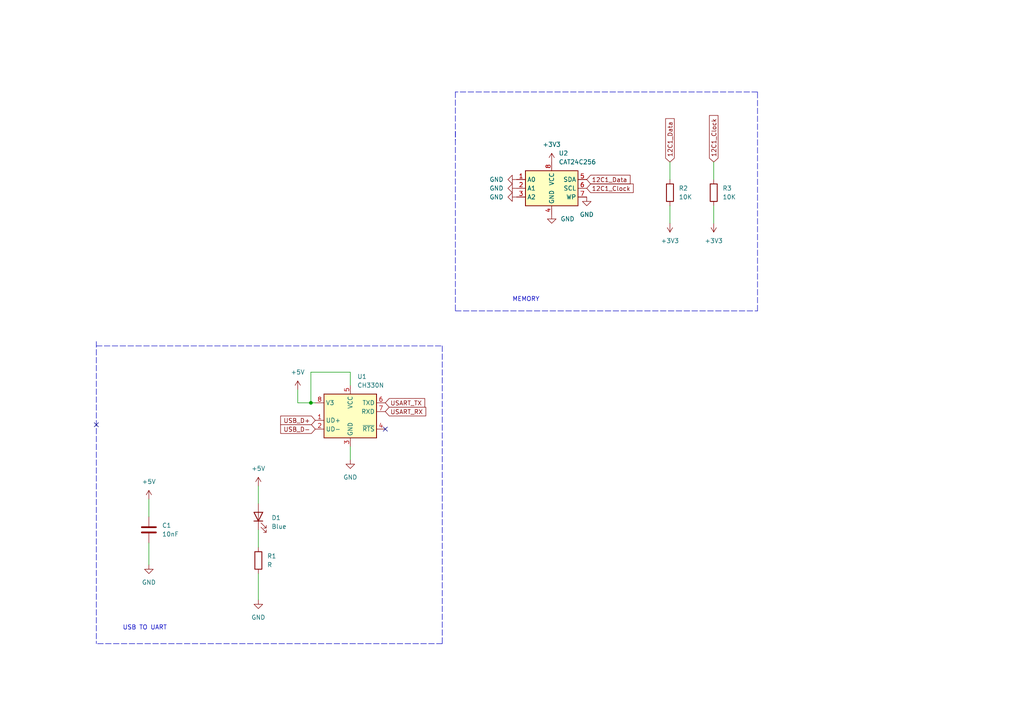
<source format=kicad_sch>
(kicad_sch (version 20211123) (generator eeschema)

  (uuid 0910cb2b-5973-4d8a-ae14-7a1f346a65e3)

  (paper "A4")

  (lib_symbols
    (symbol "Device:C" (pin_numbers hide) (pin_names (offset 0.254)) (in_bom yes) (on_board yes)
      (property "Reference" "C" (id 0) (at 0.635 2.54 0)
        (effects (font (size 1.27 1.27)) (justify left))
      )
      (property "Value" "C" (id 1) (at 0.635 -2.54 0)
        (effects (font (size 1.27 1.27)) (justify left))
      )
      (property "Footprint" "" (id 2) (at 0.9652 -3.81 0)
        (effects (font (size 1.27 1.27)) hide)
      )
      (property "Datasheet" "~" (id 3) (at 0 0 0)
        (effects (font (size 1.27 1.27)) hide)
      )
      (property "ki_keywords" "cap capacitor" (id 4) (at 0 0 0)
        (effects (font (size 1.27 1.27)) hide)
      )
      (property "ki_description" "Unpolarized capacitor" (id 5) (at 0 0 0)
        (effects (font (size 1.27 1.27)) hide)
      )
      (property "ki_fp_filters" "C_*" (id 6) (at 0 0 0)
        (effects (font (size 1.27 1.27)) hide)
      )
      (symbol "C_0_1"
        (polyline
          (pts
            (xy -2.032 -0.762)
            (xy 2.032 -0.762)
          )
          (stroke (width 0.508) (type default) (color 0 0 0 0))
          (fill (type none))
        )
        (polyline
          (pts
            (xy -2.032 0.762)
            (xy 2.032 0.762)
          )
          (stroke (width 0.508) (type default) (color 0 0 0 0))
          (fill (type none))
        )
      )
      (symbol "C_1_1"
        (pin passive line (at 0 3.81 270) (length 2.794)
          (name "~" (effects (font (size 1.27 1.27))))
          (number "1" (effects (font (size 1.27 1.27))))
        )
        (pin passive line (at 0 -3.81 90) (length 2.794)
          (name "~" (effects (font (size 1.27 1.27))))
          (number "2" (effects (font (size 1.27 1.27))))
        )
      )
    )
    (symbol "Device:LED" (pin_numbers hide) (pin_names (offset 1.016) hide) (in_bom yes) (on_board yes)
      (property "Reference" "D" (id 0) (at 0 2.54 0)
        (effects (font (size 1.27 1.27)))
      )
      (property "Value" "LED" (id 1) (at 0 -2.54 0)
        (effects (font (size 1.27 1.27)))
      )
      (property "Footprint" "" (id 2) (at 0 0 0)
        (effects (font (size 1.27 1.27)) hide)
      )
      (property "Datasheet" "~" (id 3) (at 0 0 0)
        (effects (font (size 1.27 1.27)) hide)
      )
      (property "ki_keywords" "LED diode" (id 4) (at 0 0 0)
        (effects (font (size 1.27 1.27)) hide)
      )
      (property "ki_description" "Light emitting diode" (id 5) (at 0 0 0)
        (effects (font (size 1.27 1.27)) hide)
      )
      (property "ki_fp_filters" "LED* LED_SMD:* LED_THT:*" (id 6) (at 0 0 0)
        (effects (font (size 1.27 1.27)) hide)
      )
      (symbol "LED_0_1"
        (polyline
          (pts
            (xy -1.27 -1.27)
            (xy -1.27 1.27)
          )
          (stroke (width 0.254) (type default) (color 0 0 0 0))
          (fill (type none))
        )
        (polyline
          (pts
            (xy -1.27 0)
            (xy 1.27 0)
          )
          (stroke (width 0) (type default) (color 0 0 0 0))
          (fill (type none))
        )
        (polyline
          (pts
            (xy 1.27 -1.27)
            (xy 1.27 1.27)
            (xy -1.27 0)
            (xy 1.27 -1.27)
          )
          (stroke (width 0.254) (type default) (color 0 0 0 0))
          (fill (type none))
        )
        (polyline
          (pts
            (xy -3.048 -0.762)
            (xy -4.572 -2.286)
            (xy -3.81 -2.286)
            (xy -4.572 -2.286)
            (xy -4.572 -1.524)
          )
          (stroke (width 0) (type default) (color 0 0 0 0))
          (fill (type none))
        )
        (polyline
          (pts
            (xy -1.778 -0.762)
            (xy -3.302 -2.286)
            (xy -2.54 -2.286)
            (xy -3.302 -2.286)
            (xy -3.302 -1.524)
          )
          (stroke (width 0) (type default) (color 0 0 0 0))
          (fill (type none))
        )
      )
      (symbol "LED_1_1"
        (pin passive line (at -3.81 0 0) (length 2.54)
          (name "K" (effects (font (size 1.27 1.27))))
          (number "1" (effects (font (size 1.27 1.27))))
        )
        (pin passive line (at 3.81 0 180) (length 2.54)
          (name "A" (effects (font (size 1.27 1.27))))
          (number "2" (effects (font (size 1.27 1.27))))
        )
      )
    )
    (symbol "Device:R" (pin_numbers hide) (pin_names (offset 0)) (in_bom yes) (on_board yes)
      (property "Reference" "R" (id 0) (at 2.032 0 90)
        (effects (font (size 1.27 1.27)))
      )
      (property "Value" "R" (id 1) (at 0 0 90)
        (effects (font (size 1.27 1.27)))
      )
      (property "Footprint" "" (id 2) (at -1.778 0 90)
        (effects (font (size 1.27 1.27)) hide)
      )
      (property "Datasheet" "~" (id 3) (at 0 0 0)
        (effects (font (size 1.27 1.27)) hide)
      )
      (property "ki_keywords" "R res resistor" (id 4) (at 0 0 0)
        (effects (font (size 1.27 1.27)) hide)
      )
      (property "ki_description" "Resistor" (id 5) (at 0 0 0)
        (effects (font (size 1.27 1.27)) hide)
      )
      (property "ki_fp_filters" "R_*" (id 6) (at 0 0 0)
        (effects (font (size 1.27 1.27)) hide)
      )
      (symbol "R_0_1"
        (rectangle (start -1.016 -2.54) (end 1.016 2.54)
          (stroke (width 0.254) (type default) (color 0 0 0 0))
          (fill (type none))
        )
      )
      (symbol "R_1_1"
        (pin passive line (at 0 3.81 270) (length 1.27)
          (name "~" (effects (font (size 1.27 1.27))))
          (number "1" (effects (font (size 1.27 1.27))))
        )
        (pin passive line (at 0 -3.81 90) (length 1.27)
          (name "~" (effects (font (size 1.27 1.27))))
          (number "2" (effects (font (size 1.27 1.27))))
        )
      )
    )
    (symbol "Interface_USB:CH330N" (in_bom yes) (on_board yes)
      (property "Reference" "U" (id 0) (at -7.62 6.35 0)
        (effects (font (size 1.27 1.27)) (justify left))
      )
      (property "Value" "CH330N" (id 1) (at 7.62 6.35 0)
        (effects (font (size 1.27 1.27)) (justify right))
      )
      (property "Footprint" "Package_SO:SOIC-8_3.9x4.9mm_P1.27mm" (id 2) (at -3.81 19.05 0)
        (effects (font (size 1.27 1.27)) hide)
      )
      (property "Datasheet" "http://www.wch.cn/downloads/file/240.html" (id 3) (at -2.54 5.08 0)
        (effects (font (size 1.27 1.27)) hide)
      )
      (property "ki_keywords" "usb uart wch serial" (id 4) (at 0 0 0)
        (effects (font (size 1.27 1.27)) hide)
      )
      (property "ki_description" "USB serial converter, UART, SOIC-8" (id 5) (at 0 0 0)
        (effects (font (size 1.27 1.27)) hide)
      )
      (property "ki_fp_filters" "SOIC*3.9x4.9mm*P1.27mm*" (id 6) (at 0 0 0)
        (effects (font (size 1.27 1.27)) hide)
      )
      (symbol "CH330N_0_1"
        (rectangle (start -7.62 5.08) (end 7.62 -7.62)
          (stroke (width 0.254) (type default) (color 0 0 0 0))
          (fill (type background))
        )
      )
      (symbol "CH330N_1_1"
        (pin bidirectional line (at -10.16 -2.54 0) (length 2.54)
          (name "UD+" (effects (font (size 1.27 1.27))))
          (number "1" (effects (font (size 1.27 1.27))))
        )
        (pin bidirectional line (at -10.16 -5.08 0) (length 2.54)
          (name "UD-" (effects (font (size 1.27 1.27))))
          (number "2" (effects (font (size 1.27 1.27))))
        )
        (pin power_in line (at 0 -10.16 90) (length 2.54)
          (name "GND" (effects (font (size 1.27 1.27))))
          (number "3" (effects (font (size 1.27 1.27))))
        )
        (pin output line (at 10.16 -5.08 180) (length 2.54)
          (name "~{RTS}" (effects (font (size 1.27 1.27))))
          (number "4" (effects (font (size 1.27 1.27))))
        )
        (pin power_in line (at 0 7.62 270) (length 2.54)
          (name "VCC" (effects (font (size 1.27 1.27))))
          (number "5" (effects (font (size 1.27 1.27))))
        )
        (pin output line (at 10.16 2.54 180) (length 2.54)
          (name "TXD" (effects (font (size 1.27 1.27))))
          (number "6" (effects (font (size 1.27 1.27))))
        )
        (pin input line (at 10.16 0 180) (length 2.54)
          (name "RXD" (effects (font (size 1.27 1.27))))
          (number "7" (effects (font (size 1.27 1.27))))
        )
        (pin passive line (at -10.16 2.54 0) (length 2.54)
          (name "V3" (effects (font (size 1.27 1.27))))
          (number "8" (effects (font (size 1.27 1.27))))
        )
      )
    )
    (symbol "Memory_EEPROM:CAT24C256" (in_bom yes) (on_board yes)
      (property "Reference" "U" (id 0) (at -6.35 6.35 0)
        (effects (font (size 1.27 1.27)))
      )
      (property "Value" "CAT24C256" (id 1) (at 1.27 6.35 0)
        (effects (font (size 1.27 1.27)) (justify left))
      )
      (property "Footprint" "" (id 2) (at 0 0 0)
        (effects (font (size 1.27 1.27)) hide)
      )
      (property "Datasheet" "https://www.onsemi.cn/PowerSolutions/document/CAT24C256-D.PDF" (id 3) (at 0 0 0)
        (effects (font (size 1.27 1.27)) hide)
      )
      (property "ki_keywords" "I2C EEPROM Serial 256kb" (id 4) (at 0 0 0)
        (effects (font (size 1.27 1.27)) hide)
      )
      (property "ki_description" "256 kb CMOS Serial EEPROM, DIP-8/SOIC-8/TSSOP-8/DFN-8" (id 5) (at 0 0 0)
        (effects (font (size 1.27 1.27)) hide)
      )
      (property "ki_fp_filters" "DIP*W7.62mm* SOIC*3.9x4.9mm* TSSOP*4.4x3mm*P0.65mm* DFN*3x2mm*P0.5mm*" (id 6) (at 0 0 0)
        (effects (font (size 1.27 1.27)) hide)
      )
      (symbol "CAT24C256_1_1"
        (rectangle (start -7.62 5.08) (end 7.62 -5.08)
          (stroke (width 0.254) (type default) (color 0 0 0 0))
          (fill (type background))
        )
        (pin input line (at -10.16 2.54 0) (length 2.54)
          (name "A0" (effects (font (size 1.27 1.27))))
          (number "1" (effects (font (size 1.27 1.27))))
        )
        (pin input line (at -10.16 0 0) (length 2.54)
          (name "A1" (effects (font (size 1.27 1.27))))
          (number "2" (effects (font (size 1.27 1.27))))
        )
        (pin input line (at -10.16 -2.54 0) (length 2.54)
          (name "A2" (effects (font (size 1.27 1.27))))
          (number "3" (effects (font (size 1.27 1.27))))
        )
        (pin power_in line (at 0 -7.62 90) (length 2.54)
          (name "GND" (effects (font (size 1.27 1.27))))
          (number "4" (effects (font (size 1.27 1.27))))
        )
        (pin bidirectional line (at 10.16 2.54 180) (length 2.54)
          (name "SDA" (effects (font (size 1.27 1.27))))
          (number "5" (effects (font (size 1.27 1.27))))
        )
        (pin input line (at 10.16 0 180) (length 2.54)
          (name "SCL" (effects (font (size 1.27 1.27))))
          (number "6" (effects (font (size 1.27 1.27))))
        )
        (pin input line (at 10.16 -2.54 180) (length 2.54)
          (name "WP" (effects (font (size 1.27 1.27))))
          (number "7" (effects (font (size 1.27 1.27))))
        )
        (pin power_in line (at 0 7.62 270) (length 2.54)
          (name "VCC" (effects (font (size 1.27 1.27))))
          (number "8" (effects (font (size 1.27 1.27))))
        )
      )
    )
    (symbol "power:+3V3" (power) (pin_names (offset 0)) (in_bom yes) (on_board yes)
      (property "Reference" "#PWR" (id 0) (at 0 -3.81 0)
        (effects (font (size 1.27 1.27)) hide)
      )
      (property "Value" "+3V3" (id 1) (at 0 3.556 0)
        (effects (font (size 1.27 1.27)))
      )
      (property "Footprint" "" (id 2) (at 0 0 0)
        (effects (font (size 1.27 1.27)) hide)
      )
      (property "Datasheet" "" (id 3) (at 0 0 0)
        (effects (font (size 1.27 1.27)) hide)
      )
      (property "ki_keywords" "power-flag" (id 4) (at 0 0 0)
        (effects (font (size 1.27 1.27)) hide)
      )
      (property "ki_description" "Power symbol creates a global label with name \"+3V3\"" (id 5) (at 0 0 0)
        (effects (font (size 1.27 1.27)) hide)
      )
      (symbol "+3V3_0_1"
        (polyline
          (pts
            (xy -0.762 1.27)
            (xy 0 2.54)
          )
          (stroke (width 0) (type default) (color 0 0 0 0))
          (fill (type none))
        )
        (polyline
          (pts
            (xy 0 0)
            (xy 0 2.54)
          )
          (stroke (width 0) (type default) (color 0 0 0 0))
          (fill (type none))
        )
        (polyline
          (pts
            (xy 0 2.54)
            (xy 0.762 1.27)
          )
          (stroke (width 0) (type default) (color 0 0 0 0))
          (fill (type none))
        )
      )
      (symbol "+3V3_1_1"
        (pin power_in line (at 0 0 90) (length 0) hide
          (name "+3V3" (effects (font (size 1.27 1.27))))
          (number "1" (effects (font (size 1.27 1.27))))
        )
      )
    )
    (symbol "power:+5V" (power) (pin_names (offset 0)) (in_bom yes) (on_board yes)
      (property "Reference" "#PWR" (id 0) (at 0 -3.81 0)
        (effects (font (size 1.27 1.27)) hide)
      )
      (property "Value" "+5V" (id 1) (at 0 3.556 0)
        (effects (font (size 1.27 1.27)))
      )
      (property "Footprint" "" (id 2) (at 0 0 0)
        (effects (font (size 1.27 1.27)) hide)
      )
      (property "Datasheet" "" (id 3) (at 0 0 0)
        (effects (font (size 1.27 1.27)) hide)
      )
      (property "ki_keywords" "power-flag" (id 4) (at 0 0 0)
        (effects (font (size 1.27 1.27)) hide)
      )
      (property "ki_description" "Power symbol creates a global label with name \"+5V\"" (id 5) (at 0 0 0)
        (effects (font (size 1.27 1.27)) hide)
      )
      (symbol "+5V_0_1"
        (polyline
          (pts
            (xy -0.762 1.27)
            (xy 0 2.54)
          )
          (stroke (width 0) (type default) (color 0 0 0 0))
          (fill (type none))
        )
        (polyline
          (pts
            (xy 0 0)
            (xy 0 2.54)
          )
          (stroke (width 0) (type default) (color 0 0 0 0))
          (fill (type none))
        )
        (polyline
          (pts
            (xy 0 2.54)
            (xy 0.762 1.27)
          )
          (stroke (width 0) (type default) (color 0 0 0 0))
          (fill (type none))
        )
      )
      (symbol "+5V_1_1"
        (pin power_in line (at 0 0 90) (length 0) hide
          (name "+5V" (effects (font (size 1.27 1.27))))
          (number "1" (effects (font (size 1.27 1.27))))
        )
      )
    )
    (symbol "power:GND" (power) (pin_names (offset 0)) (in_bom yes) (on_board yes)
      (property "Reference" "#PWR" (id 0) (at 0 -6.35 0)
        (effects (font (size 1.27 1.27)) hide)
      )
      (property "Value" "GND" (id 1) (at 0 -3.81 0)
        (effects (font (size 1.27 1.27)))
      )
      (property "Footprint" "" (id 2) (at 0 0 0)
        (effects (font (size 1.27 1.27)) hide)
      )
      (property "Datasheet" "" (id 3) (at 0 0 0)
        (effects (font (size 1.27 1.27)) hide)
      )
      (property "ki_keywords" "power-flag" (id 4) (at 0 0 0)
        (effects (font (size 1.27 1.27)) hide)
      )
      (property "ki_description" "Power symbol creates a global label with name \"GND\" , ground" (id 5) (at 0 0 0)
        (effects (font (size 1.27 1.27)) hide)
      )
      (symbol "GND_0_1"
        (polyline
          (pts
            (xy 0 0)
            (xy 0 -1.27)
            (xy 1.27 -1.27)
            (xy 0 -2.54)
            (xy -1.27 -1.27)
            (xy 0 -1.27)
          )
          (stroke (width 0) (type default) (color 0 0 0 0))
          (fill (type none))
        )
      )
      (symbol "GND_1_1"
        (pin power_in line (at 0 0 270) (length 0) hide
          (name "GND" (effects (font (size 1.27 1.27))))
          (number "1" (effects (font (size 1.27 1.27))))
        )
      )
    )
  )

  (junction (at 90.17 116.84) (diameter 0) (color 0 0 0 0)
    (uuid 2820fab1-7735-46fe-ace5-7acf12bc54ed)
  )

  (no_connect (at 27.94 123.19) (uuid dd61f84d-33a7-40f6-8248-c59e0bd85f7e))
  (no_connect (at 111.76 124.46) (uuid dd61f84d-33a7-40f6-8248-c59e0bd85f7f))

  (wire (pts (xy 43.18 144.78) (xy 43.18 149.86))
    (stroke (width 0) (type default) (color 0 0 0 0))
    (uuid 17715b0c-1ea3-4beb-a71c-419411093e7b)
  )
  (polyline (pts (xy 219.71 90.17) (xy 219.71 26.67))
    (stroke (width 0) (type default) (color 0 0 0 0))
    (uuid 2817eb8f-3fc7-40fe-809d-49de460cf7d9)
  )

  (wire (pts (xy 90.17 116.84) (xy 91.44 116.84))
    (stroke (width 0) (type default) (color 0 0 0 0))
    (uuid 4310b100-85ad-42ae-8072-6eba70a8c0f8)
  )
  (wire (pts (xy 86.36 116.84) (xy 90.17 116.84))
    (stroke (width 0) (type default) (color 0 0 0 0))
    (uuid 48d6ca26-d505-40b5-9d86-a685270e319f)
  )
  (polyline (pts (xy 27.94 99.06) (xy 27.94 186.69))
    (stroke (width 0) (type default) (color 0 0 0 0))
    (uuid 4f9292c4-cd9a-4101-b293-c42cd2eaedad)
  )
  (polyline (pts (xy 219.71 26.67) (xy 132.08 26.67))
    (stroke (width 0) (type default) (color 0 0 0 0))
    (uuid 54912690-ec58-4e3a-86e4-52aa1c7f3d40)
  )
  (polyline (pts (xy 132.08 38.1) (xy 132.08 90.17))
    (stroke (width 0) (type default) (color 0 0 0 0))
    (uuid 54dfb523-a9e8-4488-b68c-932f080d399b)
  )
  (polyline (pts (xy 132.08 90.17) (xy 219.71 90.17))
    (stroke (width 0) (type default) (color 0 0 0 0))
    (uuid 70b9d1ea-9cff-4caf-b0d1-a3c4e26aadf6)
  )

  (wire (pts (xy 101.6 107.95) (xy 90.17 107.95))
    (stroke (width 0) (type default) (color 0 0 0 0))
    (uuid 845a968c-bec1-4f26-810d-79e25cd9a586)
  )
  (wire (pts (xy 207.01 59.69) (xy 207.01 64.77))
    (stroke (width 0) (type default) (color 0 0 0 0))
    (uuid 856421de-a3b8-4aa7-982f-9aa2b6705565)
  )
  (wire (pts (xy 194.31 46.99) (xy 194.31 52.07))
    (stroke (width 0) (type default) (color 0 0 0 0))
    (uuid 874b8315-891a-4e48-a7c8-559879b7e37a)
  )
  (polyline (pts (xy 128.27 186.69) (xy 27.94 186.69))
    (stroke (width 0) (type default) (color 0 0 0 0))
    (uuid 8816c368-e361-405c-bb00-0ef1b938f6c9)
  )
  (polyline (pts (xy 27.94 100.33) (xy 128.27 100.33))
    (stroke (width 0) (type default) (color 0 0 0 0))
    (uuid 902a2c52-b9fe-4744-bfe9-f22b11d36b44)
  )

  (wire (pts (xy 90.17 107.95) (xy 90.17 116.84))
    (stroke (width 0) (type default) (color 0 0 0 0))
    (uuid 91790f0a-1f81-4699-9852-eb4cf1c4e097)
  )
  (wire (pts (xy 86.36 113.03) (xy 86.36 116.84))
    (stroke (width 0) (type default) (color 0 0 0 0))
    (uuid 99b41050-f5ab-4c6e-9f0c-6fbd70fef847)
  )
  (wire (pts (xy 101.6 129.54) (xy 101.6 133.35))
    (stroke (width 0) (type default) (color 0 0 0 0))
    (uuid b5f01b87-275e-4b1c-92c1-fbe23a8e0755)
  )
  (wire (pts (xy 74.93 153.67) (xy 74.93 158.75))
    (stroke (width 0) (type default) (color 0 0 0 0))
    (uuid ba0e970b-0a67-4d06-ac4f-a610ec283d94)
  )
  (wire (pts (xy 194.31 59.69) (xy 194.31 64.77))
    (stroke (width 0) (type default) (color 0 0 0 0))
    (uuid bc8190f9-c368-427f-9d5e-63ab246216eb)
  )
  (wire (pts (xy 207.01 46.99) (xy 207.01 52.07))
    (stroke (width 0) (type default) (color 0 0 0 0))
    (uuid ceb0a2d4-59f6-44b0-9562-fad4859509c6)
  )
  (wire (pts (xy 43.18 157.48) (xy 43.18 163.83))
    (stroke (width 0) (type default) (color 0 0 0 0))
    (uuid d4d3f5f3-2f31-4f68-b744-b535a34874bc)
  )
  (wire (pts (xy 101.6 111.76) (xy 101.6 107.95))
    (stroke (width 0) (type default) (color 0 0 0 0))
    (uuid d6071e8d-b2ae-4b78-9652-63391928c901)
  )
  (polyline (pts (xy 132.08 26.67) (xy 132.08 40.64))
    (stroke (width 0) (type default) (color 0 0 0 0))
    (uuid f283c178-da17-4d1d-bfbe-149b9b64ce9e)
  )

  (wire (pts (xy 74.93 140.97) (xy 74.93 146.05))
    (stroke (width 0) (type default) (color 0 0 0 0))
    (uuid f8de475e-d9f7-4186-8c08-074960881c86)
  )
  (polyline (pts (xy 128.27 100.33) (xy 128.27 186.69))
    (stroke (width 0) (type default) (color 0 0 0 0))
    (uuid f97722f6-a4fd-4d30-843a-7c326d81512f)
  )

  (wire (pts (xy 74.93 166.37) (xy 74.93 173.99))
    (stroke (width 0) (type default) (color 0 0 0 0))
    (uuid ffcc741e-3f34-4628-969b-843db7d7ebf3)
  )

  (text "MEMORY\n" (at 148.59 87.63 0)
    (effects (font (size 1.27 1.27)) (justify left bottom))
    (uuid 565b17d3-9695-473c-9193-26400e6b2268)
  )
  (text "USB TO UART\n" (at 35.56 182.88 0)
    (effects (font (size 1.27 1.27)) (justify left bottom))
    (uuid 8662ef8a-d8ce-4610-8d58-93d38a4e6972)
  )

  (global_label "12C1_Clock" (shape input) (at 207.01 46.99 90) (fields_autoplaced)
    (effects (font (size 1.27 1.27)) (justify left))
    (uuid 165eccc2-e1ed-4e4b-af43-ede945dd3424)
    (property "Intersheet References" "${INTERSHEET_REFS}" (id 0) (at 206.9306 33.5098 90)
      (effects (font (size 1.27 1.27)) (justify left) hide)
    )
  )
  (global_label "USB_D-" (shape input) (at 91.44 124.46 180) (fields_autoplaced)
    (effects (font (size 1.27 1.27)) (justify right))
    (uuid 1e224772-c48f-49fd-9b92-bd97ed186099)
    (property "Intersheet References" "${INTERSHEET_REFS}" (id 0) (at 81.4069 124.3806 0)
      (effects (font (size 1.27 1.27)) (justify right) hide)
    )
  )
  (global_label "12C1_Data" (shape input) (at 194.31 46.99 90) (fields_autoplaced)
    (effects (font (size 1.27 1.27)) (justify left))
    (uuid 284b983b-89db-4419-a716-515bc9fbf142)
    (property "Intersheet References" "${INTERSHEET_REFS}" (id 0) (at 194.2306 34.4169 90)
      (effects (font (size 1.27 1.27)) (justify left) hide)
    )
  )
  (global_label "12C1_Clock" (shape input) (at 170.18 54.61 0) (fields_autoplaced)
    (effects (font (size 1.27 1.27)) (justify left))
    (uuid 34f2d5dc-9368-4585-8716-e435b0657297)
    (property "Intersheet References" "${INTERSHEET_REFS}" (id 0) (at 183.6602 54.5306 0)
      (effects (font (size 1.27 1.27)) (justify left) hide)
    )
  )
  (global_label "USB_D+" (shape input) (at 91.44 121.92 180) (fields_autoplaced)
    (effects (font (size 1.27 1.27)) (justify right))
    (uuid 3f12a3d2-de2b-46f4-8e4f-ef6adbacef16)
    (property "Intersheet References" "${INTERSHEET_REFS}" (id 0) (at 81.4069 121.9994 0)
      (effects (font (size 1.27 1.27)) (justify right) hide)
    )
  )
  (global_label "USART_TX" (shape input) (at 111.76 116.84 0) (fields_autoplaced)
    (effects (font (size 1.27 1.27)) (justify left))
    (uuid 651b7def-751a-4250-bb1e-d260ad58f488)
    (property "Intersheet References" "${INTERSHEET_REFS}" (id 0) (at 123.1841 116.7606 0)
      (effects (font (size 1.27 1.27)) (justify left) hide)
    )
  )
  (global_label "USART_RX" (shape input) (at 111.76 119.38 0) (fields_autoplaced)
    (effects (font (size 1.27 1.27)) (justify left))
    (uuid 98901507-a30f-46c5-82a1-b63397592c35)
    (property "Intersheet References" "${INTERSHEET_REFS}" (id 0) (at 123.4864 119.3006 0)
      (effects (font (size 1.27 1.27)) (justify left) hide)
    )
  )
  (global_label "12C1_Data" (shape input) (at 170.18 52.07 0) (fields_autoplaced)
    (effects (font (size 1.27 1.27)) (justify left))
    (uuid d94c00ca-491c-4810-8683-52f3cb7f6039)
    (property "Intersheet References" "${INTERSHEET_REFS}" (id 0) (at 182.7531 51.9906 0)
      (effects (font (size 1.27 1.27)) (justify left) hide)
    )
  )

  (symbol (lib_id "power:+5V") (at 74.93 140.97 0) (unit 1)
    (in_bom yes) (on_board yes) (fields_autoplaced)
    (uuid 1c66d610-282d-4aeb-ae73-d09e2d52d7eb)
    (property "Reference" "#PWR049" (id 0) (at 74.93 144.78 0)
      (effects (font (size 1.27 1.27)) hide)
    )
    (property "Value" "+5V" (id 1) (at 74.93 135.89 0))
    (property "Footprint" "" (id 2) (at 74.93 140.97 0)
      (effects (font (size 1.27 1.27)) hide)
    )
    (property "Datasheet" "" (id 3) (at 74.93 140.97 0)
      (effects (font (size 1.27 1.27)) hide)
    )
    (pin "1" (uuid c579157e-8a8b-48a3-b01a-f8f37b82ac2d))
  )

  (symbol (lib_id "Interface_USB:CH330N") (at 101.6 119.38 0) (unit 1)
    (in_bom yes) (on_board yes) (fields_autoplaced)
    (uuid 213f0653-59c1-40b4-9747-608f0dd242cf)
    (property "Reference" "U9" (id 0) (at 103.6194 109.22 0)
      (effects (font (size 1.27 1.27)) (justify left))
    )
    (property "Value" "CH330N" (id 1) (at 103.6194 111.76 0)
      (effects (font (size 1.27 1.27)) (justify left))
    )
    (property "Footprint" "Package_SO:SOIC-8_3.9x4.9mm_P1.27mm" (id 2) (at 97.79 100.33 0)
      (effects (font (size 1.27 1.27)) hide)
    )
    (property "Datasheet" "http://www.wch.cn/downloads/file/240.html" (id 3) (at 99.06 114.3 0)
      (effects (font (size 1.27 1.27)) hide)
    )
    (pin "1" (uuid be572f1d-d2a8-4c55-bbad-8b37f5a015e1))
    (pin "2" (uuid 289602ac-ce83-40ea-8852-39dc573e0154))
    (pin "3" (uuid f7c6f412-3344-467e-a280-ea7adbec00d8))
    (pin "4" (uuid 6b4b77c3-eb0e-48a5-85a1-1d74c9a7a249))
    (pin "5" (uuid 962f4b7e-fc0c-4469-8995-f9b86d84ee2f))
    (pin "6" (uuid 846525aa-83a6-4aec-ab60-393f3a05f2f3))
    (pin "7" (uuid 19e8c9e2-e2e4-4fe6-9f5f-84d6b7648afa))
    (pin "8" (uuid 7d9605f7-3858-414d-b730-7c2d13af8190))
  )

  (symbol (lib_id "Device:R") (at 74.93 162.56 0) (unit 1)
    (in_bom yes) (on_board yes) (fields_autoplaced)
    (uuid 39317781-418b-4ad0-9c56-95657a880ab5)
    (property "Reference" "R12" (id 0) (at 77.47 161.2899 0)
      (effects (font (size 1.27 1.27)) (justify left))
    )
    (property "Value" "R" (id 1) (at 77.47 163.8299 0)
      (effects (font (size 1.27 1.27)) (justify left))
    )
    (property "Footprint" "Resistor_SMD:R_0201_0603Metric" (id 2) (at 73.152 162.56 90)
      (effects (font (size 1.27 1.27)) hide)
    )
    (property "Datasheet" "~" (id 3) (at 74.93 162.56 0)
      (effects (font (size 1.27 1.27)) hide)
    )
    (pin "1" (uuid 61cbd290-4de4-418c-a0db-048991648a13))
    (pin "2" (uuid 99cb590b-366c-4bbe-88d5-1e1f2f829f75))
  )

  (symbol (lib_id "power:GND") (at 149.86 52.07 270) (unit 1)
    (in_bom yes) (on_board yes) (fields_autoplaced)
    (uuid 443c67f8-aac7-4956-816f-0d0e688bd6e5)
    (property "Reference" "#PWR053" (id 0) (at 143.51 52.07 0)
      (effects (font (size 1.27 1.27)) hide)
    )
    (property "Value" "GND" (id 1) (at 146.05 52.0699 90)
      (effects (font (size 1.27 1.27)) (justify right))
    )
    (property "Footprint" "" (id 2) (at 149.86 52.07 0)
      (effects (font (size 1.27 1.27)) hide)
    )
    (property "Datasheet" "" (id 3) (at 149.86 52.07 0)
      (effects (font (size 1.27 1.27)) hide)
    )
    (pin "1" (uuid 58f79080-a2db-443e-abd7-e29ff51f3e5e))
  )

  (symbol (lib_id "power:+3V3") (at 194.31 64.77 180) (unit 1)
    (in_bom yes) (on_board yes) (fields_autoplaced)
    (uuid 4929f142-d765-40b5-be69-75f870e27b29)
    (property "Reference" "#PWR059" (id 0) (at 194.31 60.96 0)
      (effects (font (size 1.27 1.27)) hide)
    )
    (property "Value" "+3V3" (id 1) (at 194.31 69.85 0))
    (property "Footprint" "" (id 2) (at 194.31 64.77 0)
      (effects (font (size 1.27 1.27)) hide)
    )
    (property "Datasheet" "" (id 3) (at 194.31 64.77 0)
      (effects (font (size 1.27 1.27)) hide)
    )
    (pin "1" (uuid b798cca6-ad67-490c-8375-b204d0f238d6))
  )

  (symbol (lib_id "Device:R") (at 194.31 55.88 0) (unit 1)
    (in_bom yes) (on_board yes) (fields_autoplaced)
    (uuid 4eaf97e7-67f8-4801-862c-55d96a207752)
    (property "Reference" "R13" (id 0) (at 196.85 54.6099 0)
      (effects (font (size 1.27 1.27)) (justify left))
    )
    (property "Value" "10K" (id 1) (at 196.85 57.1499 0)
      (effects (font (size 1.27 1.27)) (justify left))
    )
    (property "Footprint" "Resistor_SMD:R_0201_0603Metric" (id 2) (at 192.532 55.88 90)
      (effects (font (size 1.27 1.27)) hide)
    )
    (property "Datasheet" "~" (id 3) (at 194.31 55.88 0)
      (effects (font (size 1.27 1.27)) hide)
    )
    (pin "1" (uuid 9a0bd53d-44c2-4983-9b50-7b47b11d2b78))
    (pin "2" (uuid b4db0782-c298-4c39-b512-209cfcdeb385))
  )

  (symbol (lib_id "power:GND") (at 101.6 133.35 0) (unit 1)
    (in_bom yes) (on_board yes) (fields_autoplaced)
    (uuid 5299ee51-18a7-40fd-a304-fef7ed9b08a4)
    (property "Reference" "#PWR052" (id 0) (at 101.6 139.7 0)
      (effects (font (size 1.27 1.27)) hide)
    )
    (property "Value" "GND" (id 1) (at 101.6 138.43 0))
    (property "Footprint" "" (id 2) (at 101.6 133.35 0)
      (effects (font (size 1.27 1.27)) hide)
    )
    (property "Datasheet" "" (id 3) (at 101.6 133.35 0)
      (effects (font (size 1.27 1.27)) hide)
    )
    (pin "1" (uuid 81cb0137-745e-49ba-b6e6-f47f870b1554))
  )

  (symbol (lib_id "Device:LED") (at 74.93 149.86 90) (unit 1)
    (in_bom yes) (on_board yes) (fields_autoplaced)
    (uuid 6119470f-6438-44ba-bfb3-756f330b14b4)
    (property "Reference" "D5" (id 0) (at 78.74 150.1774 90)
      (effects (font (size 1.27 1.27)) (justify right))
    )
    (property "Value" "Blue" (id 1) (at 78.74 152.7174 90)
      (effects (font (size 1.27 1.27)) (justify right))
    )
    (property "Footprint" "LED_SMD:LED-APA102-2020" (id 2) (at 74.93 149.86 0)
      (effects (font (size 1.27 1.27)) hide)
    )
    (property "Datasheet" "~" (id 3) (at 74.93 149.86 0)
      (effects (font (size 1.27 1.27)) hide)
    )
    (pin "1" (uuid 9aa5a234-9398-4b9b-b9b1-6ccd68274e9d))
    (pin "2" (uuid ef310494-0463-41a0-8908-659ea8f7d83b))
  )

  (symbol (lib_id "power:GND") (at 74.93 173.99 0) (unit 1)
    (in_bom yes) (on_board yes) (fields_autoplaced)
    (uuid 62acd84f-45e2-4fe5-8183-20174e0602c3)
    (property "Reference" "#PWR050" (id 0) (at 74.93 180.34 0)
      (effects (font (size 1.27 1.27)) hide)
    )
    (property "Value" "GND" (id 1) (at 74.93 179.07 0))
    (property "Footprint" "" (id 2) (at 74.93 173.99 0)
      (effects (font (size 1.27 1.27)) hide)
    )
    (property "Datasheet" "" (id 3) (at 74.93 173.99 0)
      (effects (font (size 1.27 1.27)) hide)
    )
    (pin "1" (uuid 88d13ce5-5017-4fab-b92f-8e9feba206d0))
  )

  (symbol (lib_id "power:+3V3") (at 160.02 46.99 0) (unit 1)
    (in_bom yes) (on_board yes) (fields_autoplaced)
    (uuid 8c0a90e3-38bc-4b22-95fc-a73ae97b1979)
    (property "Reference" "#PWR056" (id 0) (at 160.02 50.8 0)
      (effects (font (size 1.27 1.27)) hide)
    )
    (property "Value" "+3V3" (id 1) (at 160.02 41.91 0))
    (property "Footprint" "" (id 2) (at 160.02 46.99 0)
      (effects (font (size 1.27 1.27)) hide)
    )
    (property "Datasheet" "" (id 3) (at 160.02 46.99 0)
      (effects (font (size 1.27 1.27)) hide)
    )
    (pin "1" (uuid c48e759e-27c0-42bb-8738-79d67fb26471))
  )

  (symbol (lib_id "Device:C") (at 43.18 153.67 0) (unit 1)
    (in_bom yes) (on_board yes) (fields_autoplaced)
    (uuid 8ffa9520-5ba4-4ac1-a18d-174b008f8b80)
    (property "Reference" "C8" (id 0) (at 46.99 152.3999 0)
      (effects (font (size 1.27 1.27)) (justify left))
    )
    (property "Value" "10nF" (id 1) (at 46.99 154.9399 0)
      (effects (font (size 1.27 1.27)) (justify left))
    )
    (property "Footprint" "Capacitor_SMD:C_0201_0603Metric" (id 2) (at 44.1452 157.48 0)
      (effects (font (size 1.27 1.27)) hide)
    )
    (property "Datasheet" "~" (id 3) (at 43.18 153.67 0)
      (effects (font (size 1.27 1.27)) hide)
    )
    (pin "1" (uuid bea7ddf9-a987-40b9-8e2c-3fec2cf1308a))
    (pin "2" (uuid 23ac6cb3-5e3d-4db5-aa6a-bff9fd850468))
  )

  (symbol (lib_id "power:GND") (at 160.02 62.23 0) (unit 1)
    (in_bom yes) (on_board yes) (fields_autoplaced)
    (uuid 9825b651-b751-48b6-be76-43bd9ab381bf)
    (property "Reference" "#PWR057" (id 0) (at 160.02 68.58 0)
      (effects (font (size 1.27 1.27)) hide)
    )
    (property "Value" "GND" (id 1) (at 162.56 63.4999 0)
      (effects (font (size 1.27 1.27)) (justify left))
    )
    (property "Footprint" "" (id 2) (at 160.02 62.23 0)
      (effects (font (size 1.27 1.27)) hide)
    )
    (property "Datasheet" "" (id 3) (at 160.02 62.23 0)
      (effects (font (size 1.27 1.27)) hide)
    )
    (pin "1" (uuid bf9acb5c-022d-4506-bbaf-988e57b7ba1d))
  )

  (symbol (lib_id "power:+5V") (at 43.18 144.78 0) (unit 1)
    (in_bom yes) (on_board yes) (fields_autoplaced)
    (uuid a2591ed7-c948-4629-9fe9-fac41b5c845d)
    (property "Reference" "#PWR047" (id 0) (at 43.18 148.59 0)
      (effects (font (size 1.27 1.27)) hide)
    )
    (property "Value" "+5V" (id 1) (at 43.18 139.7 0))
    (property "Footprint" "" (id 2) (at 43.18 144.78 0)
      (effects (font (size 1.27 1.27)) hide)
    )
    (property "Datasheet" "" (id 3) (at 43.18 144.78 0)
      (effects (font (size 1.27 1.27)) hide)
    )
    (pin "1" (uuid e1015e14-64bf-45f5-8f06-36e2de13242b))
  )

  (symbol (lib_id "power:GND") (at 149.86 54.61 270) (unit 1)
    (in_bom yes) (on_board yes) (fields_autoplaced)
    (uuid adb1a1bc-72f2-4b9c-933d-329680c5ef9e)
    (property "Reference" "#PWR054" (id 0) (at 143.51 54.61 0)
      (effects (font (size 1.27 1.27)) hide)
    )
    (property "Value" "GND" (id 1) (at 146.05 54.6099 90)
      (effects (font (size 1.27 1.27)) (justify right))
    )
    (property "Footprint" "" (id 2) (at 149.86 54.61 0)
      (effects (font (size 1.27 1.27)) hide)
    )
    (property "Datasheet" "" (id 3) (at 149.86 54.61 0)
      (effects (font (size 1.27 1.27)) hide)
    )
    (pin "1" (uuid e74008e2-ce5a-43af-b55b-3170d105c34c))
  )

  (symbol (lib_id "power:+5V") (at 86.36 113.03 0) (unit 1)
    (in_bom yes) (on_board yes) (fields_autoplaced)
    (uuid af40f738-1319-47e5-913a-4c7c244d3ba1)
    (property "Reference" "#PWR051" (id 0) (at 86.36 116.84 0)
      (effects (font (size 1.27 1.27)) hide)
    )
    (property "Value" "+5V" (id 1) (at 86.36 107.95 0))
    (property "Footprint" "" (id 2) (at 86.36 113.03 0)
      (effects (font (size 1.27 1.27)) hide)
    )
    (property "Datasheet" "" (id 3) (at 86.36 113.03 0)
      (effects (font (size 1.27 1.27)) hide)
    )
    (pin "1" (uuid 0d00cd83-51ae-4cba-bbf9-4f5fd2dcee89))
  )

  (symbol (lib_id "Device:R") (at 207.01 55.88 0) (unit 1)
    (in_bom yes) (on_board yes) (fields_autoplaced)
    (uuid bd58a109-a652-4264-9014-4cf7bead26ce)
    (property "Reference" "R14" (id 0) (at 209.55 54.6099 0)
      (effects (font (size 1.27 1.27)) (justify left))
    )
    (property "Value" "10K" (id 1) (at 209.55 57.1499 0)
      (effects (font (size 1.27 1.27)) (justify left))
    )
    (property "Footprint" "Resistor_SMD:R_0201_0603Metric" (id 2) (at 205.232 55.88 90)
      (effects (font (size 1.27 1.27)) hide)
    )
    (property "Datasheet" "~" (id 3) (at 207.01 55.88 0)
      (effects (font (size 1.27 1.27)) hide)
    )
    (pin "1" (uuid d9c9fa31-25a6-4405-9c0f-5ead1fe2331b))
    (pin "2" (uuid abf14d38-7bbd-46d7-a237-28882bf0db9e))
  )

  (symbol (lib_id "Memory_EEPROM:CAT24C256") (at 160.02 54.61 0) (unit 1)
    (in_bom yes) (on_board yes) (fields_autoplaced)
    (uuid c354ba26-3b3e-4ffa-9c57-f05733a934c2)
    (property "Reference" "U10" (id 0) (at 162.0394 44.45 0)
      (effects (font (size 1.27 1.27)) (justify left))
    )
    (property "Value" "CAT24C256" (id 1) (at 162.0394 46.99 0)
      (effects (font (size 1.27 1.27)) (justify left))
    )
    (property "Footprint" "Package_DIP:DIP-5-6_W7.62mm_LongPads" (id 2) (at 160.02 54.61 0)
      (effects (font (size 1.27 1.27)) hide)
    )
    (property "Datasheet" "https://www.onsemi.cn/PowerSolutions/document/CAT24C256-D.PDF" (id 3) (at 160.02 54.61 0)
      (effects (font (size 1.27 1.27)) hide)
    )
    (pin "1" (uuid 04879fad-fd11-41f3-97c4-cc346f66524f))
    (pin "2" (uuid 611e8dba-07da-4226-967d-f8d2bdc0a5ac))
    (pin "3" (uuid 4dc427e3-81d7-49be-be26-fb5c7294d612))
    (pin "4" (uuid 2195d146-7f7d-466d-b3dc-fe237f52be25))
    (pin "5" (uuid 543f4c8d-234f-4bc3-936c-b5431617521a))
    (pin "6" (uuid e18e1613-fdaf-418a-80a2-3fcad80aca5f))
    (pin "7" (uuid 67793a8e-9360-4b3a-9e7f-f60472698f4f))
    (pin "8" (uuid 9958de6c-dfa2-4524-aa1e-202038789aa9))
  )

  (symbol (lib_id "power:+3V3") (at 207.01 64.77 180) (unit 1)
    (in_bom yes) (on_board yes) (fields_autoplaced)
    (uuid cfafe60e-5fb8-420e-8613-8f5e595fe8fe)
    (property "Reference" "#PWR060" (id 0) (at 207.01 60.96 0)
      (effects (font (size 1.27 1.27)) hide)
    )
    (property "Value" "+3V3" (id 1) (at 207.01 69.85 0))
    (property "Footprint" "" (id 2) (at 207.01 64.77 0)
      (effects (font (size 1.27 1.27)) hide)
    )
    (property "Datasheet" "" (id 3) (at 207.01 64.77 0)
      (effects (font (size 1.27 1.27)) hide)
    )
    (pin "1" (uuid 2d84a8c1-4055-42e7-a69d-1f30c79a489d))
  )

  (symbol (lib_id "power:GND") (at 43.18 163.83 0) (unit 1)
    (in_bom yes) (on_board yes) (fields_autoplaced)
    (uuid d448241e-1162-4cfb-926f-571a6b109ba6)
    (property "Reference" "#PWR048" (id 0) (at 43.18 170.18 0)
      (effects (font (size 1.27 1.27)) hide)
    )
    (property "Value" "GND" (id 1) (at 43.18 168.91 0))
    (property "Footprint" "" (id 2) (at 43.18 163.83 0)
      (effects (font (size 1.27 1.27)) hide)
    )
    (property "Datasheet" "" (id 3) (at 43.18 163.83 0)
      (effects (font (size 1.27 1.27)) hide)
    )
    (pin "1" (uuid f51d6720-3cd3-4c3d-8979-4df4b50b3cad))
  )

  (symbol (lib_id "power:GND") (at 149.86 57.15 270) (unit 1)
    (in_bom yes) (on_board yes) (fields_autoplaced)
    (uuid dfa794ca-1ee0-4404-8f4e-628566b824bd)
    (property "Reference" "#PWR055" (id 0) (at 143.51 57.15 0)
      (effects (font (size 1.27 1.27)) hide)
    )
    (property "Value" "GND" (id 1) (at 146.05 57.1499 90)
      (effects (font (size 1.27 1.27)) (justify right))
    )
    (property "Footprint" "" (id 2) (at 149.86 57.15 0)
      (effects (font (size 1.27 1.27)) hide)
    )
    (property "Datasheet" "" (id 3) (at 149.86 57.15 0)
      (effects (font (size 1.27 1.27)) hide)
    )
    (pin "1" (uuid 2893ae1e-a6cc-43b7-b3ed-28b43f7af312))
  )

  (symbol (lib_id "power:GND") (at 170.18 57.15 0) (unit 1)
    (in_bom yes) (on_board yes)
    (uuid e75af4c5-cbd7-4cc9-abda-4f1aa467b17e)
    (property "Reference" "#PWR058" (id 0) (at 170.18 63.5 0)
      (effects (font (size 1.27 1.27)) hide)
    )
    (property "Value" "GND" (id 1) (at 170.18 62.23 0))
    (property "Footprint" "" (id 2) (at 170.18 57.15 0)
      (effects (font (size 1.27 1.27)) hide)
    )
    (property "Datasheet" "" (id 3) (at 170.18 57.15 0)
      (effects (font (size 1.27 1.27)) hide)
    )
    (pin "1" (uuid 6d187a97-dc30-497f-8a6a-5afe2f28b974))
  )

  (sheet_instances
    (path "/" (page "1"))
  )

  (symbol_instances
    (path "/7c047bc0-9e6e-464e-8bc2-a129de6017bb"
      (reference "#PWR01") (unit 1) (value "GND") (footprint "")
    )
    (path "/a2591ed7-c948-4629-9fe9-fac41b5c845d"
      (reference "#PWR02") (unit 1) (value "+5V") (footprint "")
    )
    (path "/d448241e-1162-4cfb-926f-571a6b109ba6"
      (reference "#PWR03") (unit 1) (value "GND") (footprint "")
    )
    (path "/0fe782fb-de5e-45b0-81dc-cd44d9c67d23"
      (reference "#PWR04") (unit 1) (value "+5V") (footprint "")
    )
    (path "/1c66d610-282d-4aeb-ae73-d09e2d52d7eb"
      (reference "#PWR05") (unit 1) (value "+5V") (footprint "")
    )
    (path "/62acd84f-45e2-4fe5-8183-20174e0602c3"
      (reference "#PWR06") (unit 1) (value "GND") (footprint "")
    )
    (path "/af40f738-1319-47e5-913a-4c7c244d3ba1"
      (reference "#PWR07") (unit 1) (value "+5V") (footprint "")
    )
    (path "/5299ee51-18a7-40fd-a304-fef7ed9b08a4"
      (reference "#PWR08") (unit 1) (value "GND") (footprint "")
    )
    (path "/443c67f8-aac7-4956-816f-0d0e688bd6e5"
      (reference "#PWR09") (unit 1) (value "GND") (footprint "")
    )
    (path "/adb1a1bc-72f2-4b9c-933d-329680c5ef9e"
      (reference "#PWR010") (unit 1) (value "GND") (footprint "")
    )
    (path "/dfa794ca-1ee0-4404-8f4e-628566b824bd"
      (reference "#PWR011") (unit 1) (value "GND") (footprint "")
    )
    (path "/8c0a90e3-38bc-4b22-95fc-a73ae97b1979"
      (reference "#PWR012") (unit 1) (value "+3V3") (footprint "")
    )
    (path "/9825b651-b751-48b6-be76-43bd9ab381bf"
      (reference "#PWR013") (unit 1) (value "GND") (footprint "")
    )
    (path "/e75af4c5-cbd7-4cc9-abda-4f1aa467b17e"
      (reference "#PWR014") (unit 1) (value "GND") (footprint "")
    )
    (path "/4929f142-d765-40b5-be69-75f870e27b29"
      (reference "#PWR015") (unit 1) (value "+3V3") (footprint "")
    )
    (path "/cfafe60e-5fb8-420e-8613-8f5e595fe8fe"
      (reference "#PWR016") (unit 1) (value "+3V3") (footprint "")
    )
    (path "/8ffa9520-5ba4-4ac1-a18d-174b008f8b80"
      (reference "C1") (unit 1) (value "10nF") (footprint "")
    )
    (path "/6119470f-6438-44ba-bfb3-756f330b14b4"
      (reference "D1") (unit 1) (value "Blue") (footprint "")
    )
    (path "/a43501fb-72a9-4536-bb81-9f53755e8169"
      (reference "J1") (unit 1) (value "USB_B_Micro") (footprint "")
    )
    (path "/39317781-418b-4ad0-9c56-95657a880ab5"
      (reference "R1") (unit 1) (value "R") (footprint "")
    )
    (path "/4eaf97e7-67f8-4801-862c-55d96a207752"
      (reference "R2") (unit 1) (value "10K") (footprint "")
    )
    (path "/bd58a109-a652-4264-9014-4cf7bead26ce"
      (reference "R3") (unit 1) (value "10K") (footprint "")
    )
    (path "/213f0653-59c1-40b4-9747-608f0dd242cf"
      (reference "U1") (unit 1) (value "CH330N") (footprint "Package_SO:SOIC-8_3.9x4.9mm_P1.27mm")
    )
    (path "/c354ba26-3b3e-4ffa-9c57-f05733a934c2"
      (reference "U2") (unit 1) (value "CAT24C256") (footprint "")
    )
  )
)

</source>
